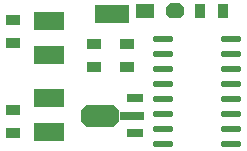
<source format=gtp>
G04*
G04 #@! TF.GenerationSoftware,Altium Limited,Altium Designer,22.2.1 (43)*
G04*
G04 Layer_Color=8421504*
%FSTAX25Y25*%
%MOIN*%
G70*
G04*
G04 #@! TF.SameCoordinates,CAACB314-B994-4A0E-AD61-3740CE87C19C*
G04*
G04*
G04 #@! TF.FilePolarity,Positive*
G04*
G01*
G75*
%ADD17R,0.10000X0.06000*%
%ADD18O,0.07087X0.02165*%
%ADD19R,0.11811X0.05906*%
%ADD20R,0.05512X0.02559*%
%ADD21R,0.08268X0.02559*%
G04:AMPARAMS|DCode=22|XSize=74.8mil|YSize=125.98mil|CornerRadius=0mil|HoleSize=0mil|Usage=FLASHONLY|Rotation=270.000|XOffset=0mil|YOffset=0mil|HoleType=Round|Shape=Octagon|*
%AMOCTAGOND22*
4,1,8,0.06299,0.01870,0.06299,-0.01870,0.04429,-0.03740,-0.04429,-0.03740,-0.06299,-0.01870,-0.06299,0.01870,-0.04429,0.03740,0.04429,0.03740,0.06299,0.01870,0.0*
%
%ADD22OCTAGOND22*%

%ADD23R,0.05000X0.03500*%
%ADD24R,0.03500X0.05000*%
G04:AMPARAMS|DCode=25|XSize=60mil|YSize=50mil|CornerRadius=0mil|HoleSize=0mil|Usage=FLASHONLY|Rotation=0.000|XOffset=0mil|YOffset=0mil|HoleType=Round|Shape=Octagon|*
%AMOCTAGOND25*
4,1,8,0.03000,-0.01250,0.03000,0.01250,0.01750,0.02500,-0.01750,0.02500,-0.03000,0.01250,-0.03000,-0.01250,-0.01750,-0.02500,0.01750,-0.02500,0.03000,-0.01250,0.0*
%
%ADD25OCTAGOND25*%

%ADD26R,0.06000X0.05000*%
D17*
X0017Y-0033091D02*
D03*
Y-0044509D02*
D03*
Y-0018909D02*
D03*
Y-0007491D02*
D03*
D18*
X0054847Y-00135D02*
D03*
Y-00185D02*
D03*
Y-00235D02*
D03*
Y-00285D02*
D03*
Y-00335D02*
D03*
Y-00385D02*
D03*
Y-00435D02*
D03*
Y-00485D02*
D03*
X00775Y-00135D02*
D03*
Y-00185D02*
D03*
Y-00235D02*
D03*
Y-00285D02*
D03*
Y-00335D02*
D03*
Y-00385D02*
D03*
Y-00435D02*
D03*
Y-00485D02*
D03*
D19*
X0038Y-0005D02*
D03*
D20*
X0045687Y-0044905D02*
D03*
Y-0033094D02*
D03*
D21*
X00444Y-0039D02*
D03*
D22*
X0034D02*
D03*
D23*
X0005Y-000726D02*
D03*
Y-001474D02*
D03*
X0005Y-004474D02*
D03*
Y-003726D02*
D03*
X0043Y-002274D02*
D03*
Y-0015259D02*
D03*
X0032Y-001526D02*
D03*
Y-002274D02*
D03*
D24*
X006726Y-0004D02*
D03*
X007474D02*
D03*
D25*
X0059Y-0004D02*
D03*
D26*
X0049D02*
D03*
M02*

</source>
